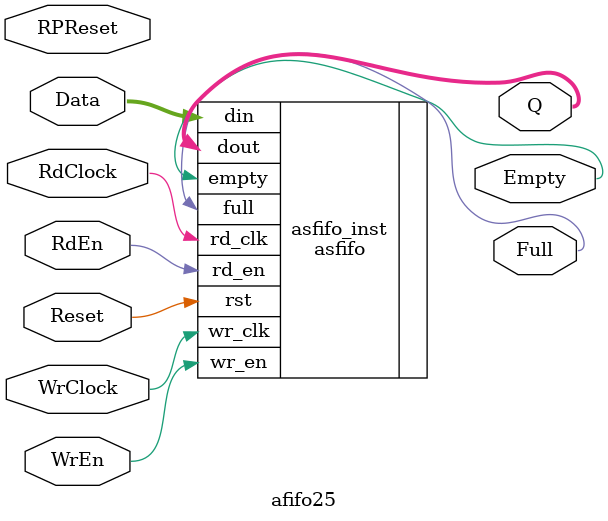
<source format=v>
`default_nettype none
module afifo25 (
        input wire [24:0] Data,
        input wire WrClock,
        input wire RdClock,
        input wire WrEn,
        input wire RdEn,
        input wire Reset,
        input wire RPReset,
        output wire [24:0] Q,
        output wire Empty,
        output wire Full
);

asfifo # (
        .DATA_WIDTH(25),
        .ADDRESS_WIDTH(16)
) asfifo_inst (
        .dout(Q), 
        .empty(Empty),
        .rd_en(RdEn),
        .rd_clk(RdClock),        
        .din(Data),  
        .full(Full),
        .wr_en(WrEn),
        .wr_clk(WrClock),
        .rst(Reset)
);

endmodule
`default_nettype wire

</source>
